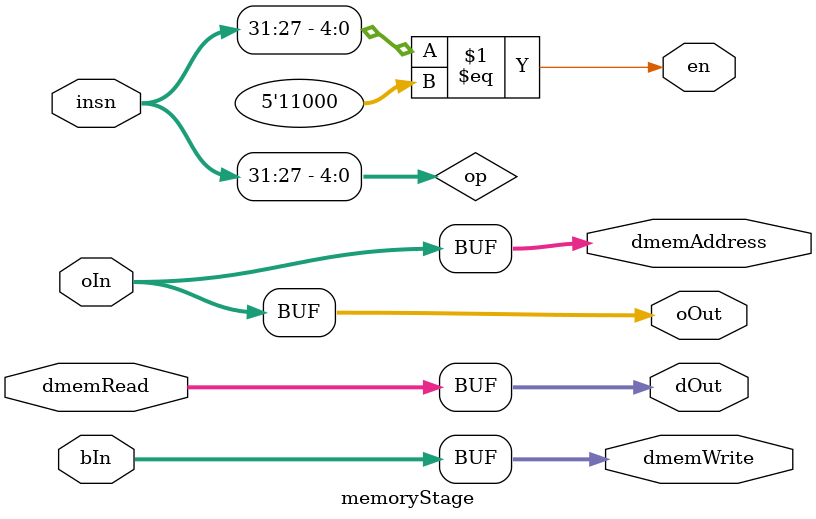
<source format=v>
module memoryStage(oOut,en,dOut, dmemAddress, dmemWrite, insn, dmemRead,oIn,bIn);
    input[31:0] insn,dmemRead,oIn,bIn;

    output[31:0] oOut, dOut, dmemWrite, dmemAddress;
    output en;
    
    assign oOut = oIn;
    assign dOut = dmemRead;

    assign dmemAddress = oIn;
    assign dmemWrite = bIn;

    wire[4:0] op;
    assign op = insn [31:27];

    assign en = (op == 5'b11000);
    
endmodule
</source>
